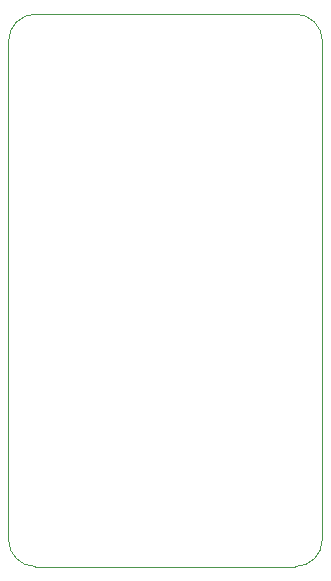
<source format=gm1>
%TF.GenerationSoftware,KiCad,Pcbnew,7.0.2-6a45011f42~172~ubuntu23.04.1*%
%TF.CreationDate,2023-05-23T16:12:19+02:00*%
%TF.ProjectId,pcb,7063622e-6b69-4636-9164-5f7063625858,rev?*%
%TF.SameCoordinates,Original*%
%TF.FileFunction,Profile,NP*%
%FSLAX46Y46*%
G04 Gerber Fmt 4.6, Leading zero omitted, Abs format (unit mm)*
G04 Created by KiCad (PCBNEW 7.0.2-6a45011f42~172~ubuntu23.04.1) date 2023-05-23 16:12:19*
%MOMM*%
%LPD*%
G01*
G04 APERTURE LIST*
%TA.AperFunction,Profile*%
%ADD10C,0.100000*%
%TD*%
G04 APERTURE END LIST*
D10*
X63211446Y-42418000D02*
X85217000Y-42418000D01*
X85217000Y-89188600D02*
G75*
G03*
X87503000Y-86902554I0J2286000D01*
G01*
X63211446Y-42418046D02*
G75*
G03*
X60925446Y-44704000I-46J-2285954D01*
G01*
X85217000Y-89188554D02*
X63211446Y-89188554D01*
X87503000Y-44704000D02*
X87503000Y-86902554D01*
X87503000Y-44704000D02*
G75*
G03*
X85217000Y-42418000I-2286000J0D01*
G01*
X60925446Y-86902554D02*
G75*
G03*
X63211446Y-89188554I2285954J-46D01*
G01*
X60925446Y-86902554D02*
X60925446Y-44704000D01*
M02*

</source>
